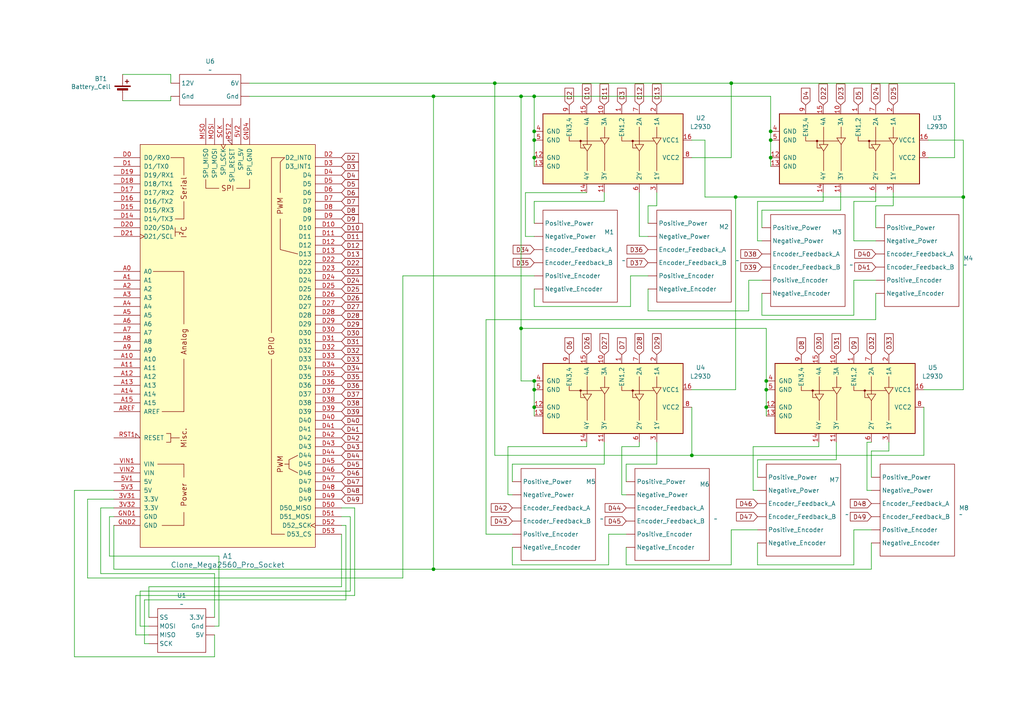
<source format=kicad_sch>
(kicad_sch (version 20250114) (generator "eeschema") (generator_version "9.0")
  (paper "A4")
  (lib_symbols
    (symbol "Buck_Converter:6V"
      (property "Reference" "U" (at 0 0 0))
      (symbol "6V_0_1"
        (rectangle (start -8.89 3.81) (end 8.89 -5.08))
      )
      (symbol "6V_1_1"
        (pin input line (at -11.43 1.27 0) (length 2.54) (name "12V") (number ""))
        (pin input line (at -11.43 -2.54 0) (length 2.54) (name "Gnd") (number ""))
        (pin output line (at 11.43 1.27 180) (length 2.54) (name "6V") (number ""))
        (pin output line (at 11.43 -2.54 180) (length 2.54) (name "Gnd") (number ""))
      )
    )
    (symbol "Device:Battery_Cell" (pin_numbers (hide yes)) (pin_names (offset 0) (hide yes))
      (property "Reference" "BT" (at 2.54 2.54 0))
      (property "Value" "Battery_Cell" (at 2.54 0 0))
      (symbol "Battery_Cell_0_1"
        (rectangle (start -2.286 1.778) (end 2.286 1.524) (fill (type outline)))
        (rectangle (start -1.524 1.016) (end 1.524 0.508) (fill (type outline)))
        (polyline (pts (xy 0 1.778) (xy 0 2.54)))
        (polyline (pts (xy 0 0.762) (xy 0 0)))
        (polyline (pts (xy 0.762 3.048) (xy 1.778 3.048)) (stroke (width 0.254)))
        (polyline (pts (xy 1.27 3.556) (xy 1.27 2.54)) (stroke (width 0.254)))
      )
      (symbol "Battery_Cell_1_1"
        (pin passive line (at 0 5.08 270) (length 2.54) (name "+") (number "1"))
        (pin passive line (at 0 -2.54 90) (length 2.54) (name "-") (number "2"))
      )
    )
    (symbol "Driver_Motor:L293D" (pin_names (offset 1.016))
      (property "Reference" "U" (at -5.08 26.035 0))
      (property "Value" "L293D" (at -5.08 24.13 0))
      (symbol "L293D_0_1"
        (rectangle (start -10.16 22.86) (end 10.16 -17.78) (stroke (width 0.254)) (fill (type background)))
        (polyline (pts (xy -6.35 15.24) (xy -3.175 15.24)))
        (polyline (pts (xy -6.35 10.16) (xy -1.27 10.16)))
        (polyline (pts (xy -6.35 0.127) (xy -3.175 0.127)))
        (polyline (pts (xy -6.35 -4.953) (xy -1.27 -4.953)))
        (polyline (pts (xy -3.175 16.51) (xy -3.175 13.97) (xy -1.27 15.24) (xy -3.175 16.51)))
        (polyline (pts (xy -3.175 1.397) (xy -3.175 -1.143) (xy -1.27 0.127) (xy -3.175 1.397)))
        (polyline (pts (xy -2.286 14.478) (xy -2.286 5.08) (xy -3.556 5.08)))
        (circle (center -2.286 8.255) (radius 0.254) (fill (type outline)))
        (polyline (pts (xy -2.286 8.255) (xy -0.254 8.255) (xy -0.254 9.525)))
        (polyline (pts (xy -2.286 -0.635) (xy -2.286 -10.16) (xy -3.556 -10.16)))
        (circle (center -2.286 -6.858) (radius 0.254) (fill (type outline)))
        (polyline (pts (xy -2.286 -6.858) (xy -0.254 -6.858) (xy -0.254 -5.588)))
        (polyline (pts (xy -1.27 15.24) (xy 6.35 15.24)))
        (polyline (pts (xy -1.27 11.43) (xy -1.27 8.89) (xy 0.635 10.16) (xy -1.27 11.43)))
        (polyline (pts (xy -1.27 0.127) (xy 6.35 0.127)))
        (polyline (pts (xy -1.27 -3.683) (xy -1.27 -6.223) (xy 0.635 -4.953) (xy -1.27 -3.683)))
        (polyline (pts (xy 0.635 10.16) (xy 6.35 10.16)))
        (polyline (pts (xy 0.635 -4.953) (xy 6.35 -4.953)))
      )
      (symbol "L293D_1_1"
        (pin input line (at -12.7 15.24 0) (length 2.54) (name "1A") (number "2"))
        (pin input line (at -12.7 10.16 0) (length 2.54) (name "2A") (number "7"))
        (pin input line (at -12.7 5.08 0) (length 2.54) (name "EN1,2") (number "1"))
        (pin input line (at -12.7 0 0) (length 2.54) (name "3A") (number "10"))
        (pin input line (at -12.7 -5.08 0) (length 2.54) (name "4A") (number "15"))
        (pin input line (at -12.7 -10.16 0) (length 2.54) (name "EN3,4") (number "9"))
        (pin power_in line (at -5.08 -20.32 90) (length 2.54) (name "GND") (number "4"))
        (pin power_in line (at -2.54 25.4 270) (length 2.54) (name "VCC1") (number "16"))
        (pin power_in line (at -2.54 -20.32 90) (length 2.54) (name "GND") (number "5"))
        (pin power_in line (at 2.54 25.4 270) (length 2.54) (name "VCC2") (number "8"))
        (pin power_in line (at 2.54 -20.32 90) (length 2.54) (name "GND") (number "12"))
        (pin power_in line (at 5.08 -20.32 90) (length 2.54) (name "GND") (number "13"))
        (pin output line (at 12.7 15.24 180) (length 2.54) (name "1Y") (number "3"))
        (pin output line (at 12.7 10.16 180) (length 2.54) (name "2Y") (number "6"))
        (pin output line (at 12.7 0 180) (length 2.54) (name "3Y") (number "11"))
        (pin output line (at 12.7 -5.08 180) (length 2.54) (name "4Y") (number "14"))
      )
    )
    (symbol "Motor:Motor_With_Encoder"
      (property "Reference" "M" (at 0 0 0))
      (symbol "Motor_With_Encoder_0_1"
        (rectangle (start -16.51 3.81) (end 5.08 -22.86))
      )
      (symbol "Motor_With_Encoder_1_1"
        (pin power_in line (at -19.05 0 0) (length 2.54) (name "Positive_Power") (number ""))
        (pin power_out line (at -19.05 -3.81 0) (length 2.54) (name "Negative_Power") (number ""))
        (pin output line (at -19.05 -7.62 0) (length 2.54) (name "Encoder_Feedback_A") (number ""))
        (pin output line (at -19.05 -11.43 0) (length 2.54) (name "Encoder_Feedback_B") (number ""))
        (pin power_in line (at -19.05 -15.24 0) (length 2.54) (name "Positive_Encoder") (number ""))
        (pin power_out line (at -19.05 -19.05 0) (length 2.54) (name "Negative_Encoder") (number ""))
      )
    )
    (symbol "Motor_With_Encoder_1"
      (property "Reference" "M" (at 0 0 0))
      (symbol "Motor_With_Encoder_1_0_1"
        (rectangle (start -16.51 3.81) (end 5.08 -22.86))
      )
      (symbol "Motor_With_Encoder_1_1_1"
        (pin power_in line (at -19.05 0 0) (length 2.54) (name "Positive_Power") (number ""))
        (pin power_out line (at -19.05 -3.81 0) (length 2.54) (name "Negative_Power") (number ""))
        (pin output line (at -19.05 -7.62 0) (length 2.54) (name "Encoder_Feedback_A") (number ""))
        (pin output line (at -19.05 -11.43 0) (length 2.54) (name "Encoder_Feedback_B") (number ""))
        (pin power_in line (at -19.05 -15.24 0) (length 2.54) (name "Positive_Encoder") (number ""))
        (pin power_out line (at -19.05 -19.05 0) (length 2.54) (name "Negative_Encoder") (number ""))
      )
    )
    (symbol "Motor_With_Encoder_2"
      (property "Reference" "M" (at 0 0 0))
      (symbol "Motor_With_Encoder_2_0_1"
        (rectangle (start -16.51 3.81) (end 5.08 -22.86))
      )
      (symbol "Motor_With_Encoder_2_1_1"
        (pin power_in line (at -19.05 0 0) (length 2.54) (name "Positive_Power") (number ""))
        (pin power_out line (at -19.05 -3.81 0) (length 2.54) (name "Negative_Power") (number ""))
        (pin output line (at -19.05 -7.62 0) (length 2.54) (name "Encoder_Feedback_A") (number ""))
        (pin output line (at -19.05 -11.43 0) (length 2.54) (name "Encoder_Feedback_B") (number ""))
        (pin power_in line (at -19.05 -15.24 0) (length 2.54) (name "Positive_Encoder") (number ""))
        (pin power_out line (at -19.05 -19.05 0) (length 2.54) (name "Negative_Encoder") (number ""))
      )
    )
    (symbol "Motor_With_Encoder_3"
      (property "Reference" "M" (at 0 0 0))
      (symbol "Motor_With_Encoder_3_0_1"
        (rectangle (start -16.51 3.81) (end 5.08 -22.86))
      )
      (symbol "Motor_With_Encoder_3_1_1"
        (pin power_in line (at -19.05 0 0) (length 2.54) (name "Positive_Power") (number ""))
        (pin power_out line (at -19.05 -3.81 0) (length 2.54) (name "Negative_Power") (number ""))
        (pin output line (at -19.05 -7.62 0) (length 2.54) (name "Encoder_Feedback_A") (number ""))
        (pin output line (at -19.05 -11.43 0) (length 2.54) (name "Encoder_Feedback_B") (number ""))
        (pin power_in line (at -19.05 -15.24 0) (length 2.54) (name "Positive_Encoder") (number ""))
        (pin power_out line (at -19.05 -19.05 0) (length 2.54) (name "Negative_Encoder") (number ""))
      )
    )
    (symbol "Motor_With_Encoder_4"
      (property "Reference" "M" (at 0 0 0))
      (symbol "Motor_With_Encoder_4_0_1"
        (rectangle (start -16.51 3.81) (end 5.08 -22.86))
      )
      (symbol "Motor_With_Encoder_4_1_1"
        (pin power_in line (at -19.05 0 0) (length 2.54) (name "Positive_Power") (number ""))
        (pin power_out line (at -19.05 -3.81 0) (length 2.54) (name "Negative_Power") (number ""))
        (pin output line (at -19.05 -7.62 0) (length 2.54) (name "Encoder_Feedback_A") (number ""))
        (pin output line (at -19.05 -11.43 0) (length 2.54) (name "Encoder_Feedback_B") (number ""))
        (pin power_in line (at -19.05 -15.24 0) (length 2.54) (name "Positive_Encoder") (number ""))
        (pin power_out line (at -19.05 -19.05 0) (length 2.54) (name "Negative_Encoder") (number ""))
      )
    )
    (symbol "Motor_With_Encoder_5"
      (property "Reference" "M" (at 0 0 0))
      (symbol "Motor_With_Encoder_5_0_1"
        (rectangle (start -16.51 3.81) (end 5.08 -22.86))
      )
      (symbol "Motor_With_Encoder_5_1_1"
        (pin power_in line (at -19.05 0 0) (length 2.54) (name "Positive_Power") (number ""))
        (pin power_out line (at -19.05 -3.81 0) (length 2.54) (name "Negative_Power") (number ""))
        (pin output line (at -19.05 -7.62 0) (length 2.54) (name "Encoder_Feedback_A") (number ""))
        (pin output line (at -19.05 -11.43 0) (length 2.54) (name "Encoder_Feedback_B") (number ""))
        (pin power_in line (at -19.05 -15.24 0) (length 2.54) (name "Positive_Encoder") (number ""))
        (pin power_out line (at -19.05 -19.05 0) (length 2.54) (name "Negative_Encoder") (number ""))
      )
    )
    (symbol "Motor_With_Encoder_6"
      (property "Reference" "M" (at 0 0 0))
      (symbol "Motor_With_Encoder_6_0_1"
        (rectangle (start -16.51 3.81) (end 5.08 -22.86))
      )
      (symbol "Motor_With_Encoder_6_1_1"
        (pin power_in line (at -19.05 0 0) (length 2.54) (name "Positive_Power") (number ""))
        (pin power_out line (at -19.05 -3.81 0) (length 2.54) (name "Negative_Power") (number ""))
        (pin output line (at -19.05 -7.62 0) (length 2.54) (name "Encoder_Feedback_A") (number ""))
        (pin output line (at -19.05 -11.43 0) (length 2.54) (name "Encoder_Feedback_B") (number ""))
        (pin power_in line (at -19.05 -15.24 0) (length 2.54) (name "Positive_Encoder") (number ""))
        (pin power_out line (at -19.05 -19.05 0) (length 2.54) (name "Negative_Encoder") (number ""))
      )
    )
    (symbol "Motor_With_Encoder_7"
      (property "Reference" "M" (at 0 0 0))
      (symbol "Motor_With_Encoder_7_0_1"
        (rectangle (start -16.51 3.81) (end 5.08 -22.86))
      )
      (symbol "Motor_With_Encoder_7_1_1"
        (pin power_in line (at -19.05 0 0) (length 2.54) (name "Positive_Power") (number ""))
        (pin power_out line (at -19.05 -3.81 0) (length 2.54) (name "Negative_Power") (number ""))
        (pin output line (at -19.05 -7.62 0) (length 2.54) (name "Encoder_Feedback_A") (number ""))
        (pin output line (at -19.05 -11.43 0) (length 2.54) (name "Encoder_Feedback_B") (number ""))
        (pin power_in line (at -19.05 -15.24 0) (length 2.54) (name "Positive_Encoder") (number ""))
        (pin power_out line (at -19.05 -19.05 0) (length 2.54) (name "Negative_Encoder") (number ""))
      )
    )
    (symbol "USB Host Shield:USB Host Shield"
      (property "Reference" "U" (at 0 0 0))
      (symbol "USB Host Shield_0_1"
        (rectangle (start -7.62 5.08) (end 6.35 -7.62))
      )
      (symbol "USB Host Shield_1_1"
        (pin input line (at -10.16 2.54 0) (length 2.54) (name "SS") (number ""))
        (pin input line (at -10.16 0 0) (length 2.54) (name "MOSI") (number ""))
        (pin input line (at -10.16 -2.54 0) (length 2.54) (name "MISO") (number ""))
        (pin input line (at -10.16 -5.08 0) (length 2.54) (name "SCK") (number ""))
        (pin input line (at 8.89 2.54 180) (length 2.54) (name "3.3V") (number ""))
        (pin input line (at 8.89 0 180) (length 2.54) (name "Gnd") (number ""))
        (pin input line (at 8.89 -2.54 180) (length 2.54) (name "5V") (number ""))
      )
    )
    (symbol "arduino-library:Clone_Mega2560_Pro_Socket" (pin_names (offset 1.016))
      (property "Reference" "A" (at 0 -62.23 0))
      (property "Value" "Clone_Mega2560_Pro_Socket" (at 0 -66.04 0))
      (symbol "Clone_Mega2560_Pro_Socket_0_0"
        (rectangle (start -25.4 -58.42) (end 25.4 58.42) (fill (type background)))
        (polyline (pts (xy -21.59 21.59) (xy -12.7 21.59)))
        (rectangle (start -20.32 -34.29) (end -12.7 -34.29))
        (rectangle (start -19.05 -19.05) (end -12.7 -19.05))
        (rectangle (start -19.05 -52.07) (end -12.7 -52.07))
        (rectangle (start -17.78 -25.4) (end -16.51 -25.4))
        (rectangle (start -17.78 -27.94) (end -16.51 -27.94))
        (rectangle (start -16.51 54.61) (end -12.7 54.61))
        (rectangle (start -16.51 -25.4) (end -16.51 -27.94))
        (rectangle (start -16.51 -26.67) (end -13.97 -26.67))
        (rectangle (start -15.24 36.83) (end -12.7 36.83))
        (rectangle (start -15.24 34.29) (end -15.24 31.75))
        (rectangle (start -15.24 33.02) (end -13.97 33.02))
        (rectangle (start -12.7 49.53) (end -12.7 54.61))
        (rectangle (start -12.7 41.91) (end -12.7 36.83))
        (polyline (pts (xy -12.7 6.35) (xy -12.7 21.59)))
        (polyline (pts (xy -12.7 -19.05) (xy -12.7 -3.81)))
        (rectangle (start -12.7 -34.29) (end -12.7 -38.1))
        (rectangle (start -12.7 -48.26) (end -12.7 -52.07))
        (rectangle (start -6.35 48.26) (end -6.35 45.72))
        (rectangle (start -2.54 45.72) (end -6.35 45.72))
        (rectangle (start 6.35 48.26) (end 6.35 45.72))
        (rectangle (start 6.35 45.72) (end 2.54 45.72))
        (polyline (pts (xy 12.7 54.61) (xy 16.51 54.61)))
        (polyline (pts (xy 12.7 -54.61) (xy 16.51 -54.61)))
        (polyline (pts (xy 15.24 44.45) (xy 15.24 53.34) (xy 16.51 54.61)))
        (polyline (pts (xy 15.24 36.83) (xy 15.24 27.94) (xy 20.32 26.67)))
        (polyline (pts (xy 17.78 -34.29) (xy 16.51 -34.29)))
        (polyline (pts (xy 20.32 -31.75) (xy 17.78 -33.02) (xy 17.78 -35.56) (xy 20.32 -36.83)))
        (text "Serial" (at -12.7 45.72 900) (effects (font (size 1.524 1.524))))
        (text "I²C" (at -12.7 33.02 900) (effects (font (size 1.524 1.524))))
        (text "Analog" (at -12.7 1.27 900) (effects (font (size 1.524 1.524))))
        (text "Misc." (at -12.7 -26.67 900) (effects (font (size 1.524 1.524))))
        (text "Power" (at -12.7 -43.18 900) (effects (font (size 1.524 1.524))))
        (text "SPI" (at 0 45.72 0) (effects (font (size 1.524 1.524))))
        (text "PWM" (at 15.24 40.64 900) (effects (font (size 1.524 1.524))))
        (text "PWM" (at 15.24 -34.29 900) (effects (font (size 1.524 1.524))))
      )
      (symbol "Clone_Mega2560_Pro_Socket_1_0"
        (rectangle (start 12.7 54.61) (end 12.7 3.81))
        (rectangle (start 12.7 -54.61) (end 12.7 -3.81))
        (text "GPIO" (at 12.7 0 900) (effects (font (size 1.524 1.524))))
      )
      (symbol "Clone_Mega2560_Pro_Socket_1_1"
        (pin bidirectional line (at -33.02 54.61 0) (length 7.62) (name "D0/RX0") (number "D0"))
        (pin bidirectional line (at -33.02 52.07 0) (length 7.62) (name "D1/TX0") (number "D1"))
        (pin bidirectional line (at -33.02 49.53 0) (length 7.62) (name "D19/RX1") (number "D19"))
        (pin bidirectional line (at -33.02 46.99 0) (length 7.62) (name "D18/TX1") (number "D18"))
        (pin bidirectional line (at -33.02 44.45 0) (length 7.62) (name "D17/RX2") (number "D17"))
        (pin bidirectional line (at -33.02 41.91 0) (length 7.62) (name "D16/TX2") (number "D16"))
        (pin bidirectional line (at -33.02 39.37 0) (length 7.62) (name "D15/RX3") (number "D15"))
        (pin bidirectional line (at -33.02 36.83 0) (length 7.62) (name "D14/TX3") (number "D14"))
        (pin bidirectional line (at -33.02 34.29 0) (length 7.62) (name "D20/SDA") (number "D20"))
        (pin bidirectional clock (at -33.02 31.75 0) (length 7.62) (name "D21/SCL") (number "D21"))
        (pin bidirectional line (at -33.02 21.59 0) (length 7.62) (name "A0") (number "A0"))
        (pin bidirectional line (at -33.02 19.05 0) (length 7.62) (name "A1") (number "A1"))
        (pin bidirectional line (at -33.02 16.51 0) (length 7.62) (name "A2") (number "A2"))
        (pin bidirectional line (at -33.02 13.97 0) (length 7.62) (name "A3") (number "A3"))
        (pin bidirectional line (at -33.02 11.43 0) (length 7.62) (name "A4") (number "A4"))
        (pin bidirectional line (at -33.02 8.89 0) (length 7.62) (name "A5") (number "A5"))
        (pin bidirectional line (at -33.02 6.35 0) (length 7.62) (name "A6") (number "A6"))
        (pin bidirectional line (at -33.02 3.81 0) (length 7.62) (name "A7") (number "A7"))
        (pin bidirectional line (at -33.02 1.27 0) (length 7.62) (name "A8") (number "A8"))
        (pin bidirectional line (at -33.02 -1.27 0) (length 7.62) (name "A9") (number "A9"))
        (pin bidirectional line (at -33.02 -3.81 0) (length 7.62) (name "A10") (number "A10"))
        (pin bidirectional line (at -33.02 -6.35 0) (length 7.62) (name "A11") (number "A11"))
        (pin bidirectional line (at -33.02 -8.89 0) (length 7.62) (name "A12") (number "A12"))
        (pin bidirectional line (at -33.02 -11.43 0) (length 7.62) (name "A13") (number "A13"))
        (pin bidirectional line (at -33.02 -13.97 0) (length 7.62) (name "A14") (number "A14"))
        (pin bidirectional line (at -33.02 -16.51 0) (length 7.62) (name "A15") (number "A15"))
        (pin input line (at -33.02 -19.05 0) (length 7.62) (name "AREF") (number "AREF"))
        (pin open_collector input_low (at -33.02 -26.67 0) (length 7.62) (name "RESET") (number "RST1"))
        (pin power_in line (at -33.02 -34.29 0) (length 7.62) (name "VIN") (number "VIN1"))
        (pin power_in line (at -33.02 -36.83 0) (length 7.62) (name "VIN") (number "VIN2"))
        (pin power_in line (at -33.02 -39.37 0) (length 7.62) (name "5V") (number "5V1"))
        (pin power_in line (at -33.02 -41.91 0) (length 7.62) (name "5V") (number "5V3"))
        (pin power_out line (at -33.02 -44.45 0) (length 7.62) (name "3.3V") (number "3V31"))
        (pin power_out line (at -33.02 -46.99 0) (length 7.62) (name "3.3V") (number "3V32"))
        (pin power_in line (at -33.02 -49.53 0) (length 7.62) (name "GND") (number "GND1"))
        (pin power_in line (at -33.02 -52.07 0) (length 7.62) (name "GND") (number "GND2"))
        (pin input line (at -6.35 66.04 270) (length 7.62) (name "SPI_MISO") (number "MISO"))
        (pin output line (at -3.81 66.04 270) (length 7.62) (name "SPI_MOSI") (number "MOSI"))
        (pin output clock (at -1.27 66.04 270) (length 7.62) (name "SPI_SCK") (number "SCK"))
        (pin open_collector input_low (at 1.27 66.04 270) (length 7.62) (name "SPI_RESET") (number "RST2"))
        (pin power_in line (at 3.81 66.04 270) (length 7.62) (name "SPI_5V") (number "5V2"))
        (pin power_in line (at 6.35 66.04 270) (length 7.62) (name "SPI_GND") (number "GND4"))
        (pin bidirectional line (at 33.02 54.61 180) (length 7.62) (name "D2_INT0") (number "D2"))
        (pin bidirectional line (at 33.02 52.07 180) (length 7.62) (name "D3_INT1") (number "D3"))
        (pin bidirectional line (at 33.02 49.53 180) (length 7.62) (name "D4") (number "D4"))
        (pin bidirectional line (at 33.02 46.99 180) (length 7.62) (name "D5") (number "D5"))
        (pin bidirectional line (at 33.02 44.45 180) (length 7.62) (name "D6") (number "D6"))
        (pin bidirectional line (at 33.02 41.91 180) (length 7.62) (name "D7") (number "D7"))
        (pin bidirectional line (at 33.02 39.37 180) (length 7.62) (name "D8") (number "D8"))
        (pin bidirectional line (at 33.02 36.83 180) (length 7.62) (name "D9") (number "D9"))
        (pin bidirectional line (at 33.02 34.29 180) (length 7.62) (name "D10") (number "D10"))
        (pin bidirectional line (at 33.02 31.75 180) (length 7.62) (name "D11") (number "D11"))
        (pin bidirectional line (at 33.02 29.21 180) (length 7.62) (name "D12") (number "D12"))
        (pin bidirectional line (at 33.02 26.67 180) (length 7.62) (name "D13") (number "D13"))
        (pin bidirectional line (at 33.02 24.13 180) (length 7.62) (name "D22") (number "D22"))
        (pin bidirectional line (at 33.02 21.59 180) (length 7.62) (name "D23") (number "D23"))
        (pin bidirectional line (at 33.02 19.05 180) (length 7.62) (name "D24") (number "D24"))
        (pin bidirectional line (at 33.02 16.51 180) (length 7.62) (name "D25") (number "D25"))
        (pin bidirectional line (at 33.02 13.97 180) (length 7.62) (name "D26") (number "D26"))
        (pin bidirectional line (at 33.02 11.43 180) (length 7.62) (name "D27") (number "D27"))
        (pin bidirectional line (at 33.02 8.89 180) (length 7.62) (name "D28") (number "D28"))
        (pin bidirectional line (at 33.02 6.35 180) (length 7.62) (name "D29") (number "D29"))
        (pin bidirectional line (at 33.02 3.81 180) (length 7.62) (name "D30") (number "D30"))
        (pin bidirectional line (at 33.02 1.27 180) (length 7.62) (name "D31") (number "D31"))
        (pin bidirectional line (at 33.02 -1.27 180) (length 7.62) (name "D32") (number "D32"))
        (pin bidirectional line (at 33.02 -3.81 180) (length 7.62) (name "D33") (number "D33"))
        (pin bidirectional line (at 33.02 -6.35 180) (length 7.62) (name "D34") (number "D34"))
        (pin bidirectional line (at 33.02 -8.89 180) (length 7.62) (name "D35") (number "D35"))
        (pin bidirectional line (at 33.02 -11.43 180) (length 7.62) (name "D36") (number "D36"))
        (pin bidirectional line (at 33.02 -13.97 180) (length 7.62) (name "D37") (number "D37"))
        (pin bidirectional line (at 33.02 -16.51 180) (length 7.62) (name "D38") (number "D38"))
        (pin bidirectional line (at 33.02 -19.05 180) (length 7.62) (name "D39") (number "D39"))
        (pin bidirectional line (at 33.02 -21.59 180) (length 7.62) (name "D40") (number "D40"))
        (pin bidirectional line (at 33.02 -24.13 180) (length 7.62) (name "D41") (number "D41"))
        (pin bidirectional line (at 33.02 -26.67 180) (length 7.62) (name "D42") (number "D42"))
        (pin bidirectional line (at 33.02 -29.21 180) (length 7.62) (name "D43") (number "D43"))
        (pin bidirectional line (at 33.02 -31.75 180) (length 7.62) (name "D44") (number "D44"))
        (pin bidirectional line (at 33.02 -34.29 180) (length 7.62) (name "D45") (number "D45"))
        (pin bidirectional line (at 33.02 -36.83 180) (length 7.62) (name "D46") (number "D46"))
        (pin bidirectional line (at 33.02 -39.37 180) (length 7.62) (name "D47") (number "D47"))
        (pin bidirectional line (at 33.02 -41.91 180) (length 7.62) (name "D48") (number "D48"))
        (pin bidirectional line (at 33.02 -44.45 180) (length 7.62) (name "D49") (number "D49"))
        (pin bidirectional line (at 33.02 -46.99 180) (length 7.62) (name "D50_MISO") (number "D50"))
        (pin bidirectional line (at 33.02 -49.53 180) (length 7.62) (name "D51_MOSI") (number "D51"))
        (pin bidirectional clock (at 33.02 -52.07 180) (length 7.62) (name "D52_SCK") (number "D52"))
        (pin bidirectional line (at 33.02 -54.61 180) (length 7.62) (name "D53_CS") (number "D53"))
      )
    )
  )
  (junction (at 223.52 45.72))
  (junction (at 125.73 27.94))
  (junction (at 223.52 40.64))
  (junction (at 151.13 27.94))
  (junction (at 154.94 118.11))
  (junction (at 212.09 24.13))
  (junction (at 154.94 110.49))
  (junction (at 143.51 24.13))
  (junction (at 125.73 165.1))
  (junction (at 223.52 38.1))
  (junction (at 200.66 132.08))
  (junction (at 154.94 45.72))
  (junction (at 151.13 95.25))
  (junction (at 222.25 113.03))
  (junction (at 154.94 113.03))
  (junction (at 222.25 110.49))
  (junction (at 213.36 57.15))
  (junction (at 154.94 38.1))
  (junction (at 222.25 118.11))
  (junction (at 279.4 57.15))
  (junction (at 154.94 27.94))
  (junction (at 154.94 40.64))
  (wire (pts (xy 148.59 158.75) (xy 148.59 163.83)))
  (wire (pts (xy 247.65 91.44) (xy 247.65 81.28)))
  (wire (pts (xy 181.61 134.62) (xy 190.5 134.62)))
  (wire (pts (xy 49.53 21.59) (xy 49.53 24.13)))
  (wire (pts (xy 218.44 129.54) (xy 237.49 129.54)))
  (wire (pts (xy 220.98 69.85) (xy 219.71 69.85)))
  (wire (pts (xy 220.98 66.04) (xy 220.98 60.96)))
  (wire (pts (xy 219.71 157.48) (xy 219.71 163.83)))
  (wire (pts (xy 267.97 132.08) (xy 200.66 132.08)))
  (wire (pts (xy 254 92.71) (xy 140.97 92.71)))
  (wire (pts (xy 217.17 81.28) (xy 220.98 81.28)))
  (wire (pts (xy 252.73 130.81) (xy 257.81 130.81)))
  (wire (pts (xy 187.96 68.58) (xy 185.42 68.58)))
  (wire (pts (xy 180.34 129.54) (xy 185.42 129.54)))
  (wire (pts (xy 267.97 118.11) (xy 267.97 132.08)))
  (wire (pts (xy 154.94 68.58) (xy 152.4 68.58)))
  (wire (pts (xy 269.24 45.72) (xy 276.86 45.72)))
  (wire (pts (xy 279.4 57.15) (xy 279.4 113.03)))
  (wire (pts (xy 49.53 29.21) (xy 49.53 27.94)))
  (wire (pts (xy 180.34 143.51) (xy 180.34 129.54)))
  (wire (pts (xy 269.24 40.64) (xy 279.4 40.64)))
  (wire (pts (xy 33.02 152.4) (xy 33.02 165.1)))
  (wire (pts (xy 148.59 134.62) (xy 175.26 134.62)))
  (wire (pts (xy 181.61 143.51) (xy 180.34 143.51)))
  (wire (pts (xy 254 58.42) (xy 254 55.88)))
  (wire (pts (xy 247.65 163.83) (xy 247.65 153.67)))
  (wire (pts (xy 181.61 139.7) (xy 181.61 134.62)))
  (wire (pts (xy 39.37 184.15) (xy 39.37 172.72)))
  (wire (pts (xy 41.91 186.69) (xy 41.91 173.99)))
  (wire (pts (xy 182.88 88.9) (xy 182.88 80.01)))
  (wire (pts (xy 219.71 69.85) (xy 219.71 58.42)))
  (wire (pts (xy 200.66 132.08) (xy 143.51 132.08)))
  (wire (pts (xy 25.4 167.64) (xy 25.4 144.78)))
  (wire (pts (xy 222.25 110.49) (xy 222.25 113.03)))
  (wire (pts (xy 101.6 171.45) (xy 101.6 149.86)))
  (wire (pts (xy 220.98 85.09) (xy 220.98 91.44)))
  (wire (pts (xy 154.94 118.11) (xy 154.94 113.03)))
  (wire (pts (xy 217.17 90.17) (xy 217.17 81.28)))
  (wire (pts (xy 40.64 181.61) (xy 40.64 171.45)))
  (wire (pts (xy 140.97 92.71) (xy 140.97 154.94)))
  (wire (pts (xy 247.65 81.28) (xy 254 81.28)))
  (wire (pts (xy 151.13 27.94) (xy 151.13 95.25)))
  (wire (pts (xy 62.23 179.07) (xy 62.23 166.37)))
  (wire (pts (xy 181.61 163.83) (xy 212.09 163.83)))
  (wire (pts (xy 25.4 144.78) (xy 33.02 144.78)))
  (wire (pts (xy 190.5 134.62) (xy 190.5 128.27)))
  (wire (pts (xy 212.09 24.13) (xy 143.51 24.13)))
  (wire (pts (xy 175.26 58.42) (xy 175.26 55.88)))
  (wire (pts (xy 223.52 27.94) (xy 223.52 38.1)))
  (wire (pts (xy 219.71 163.83) (xy 247.65 163.83)))
  (wire (pts (xy 154.94 40.64) (xy 154.94 45.72)))
  (wire (pts (xy 63.5 181.61) (xy 63.5 161.29)))
  (wire (pts (xy 218.44 142.24) (xy 218.44 129.54)))
  (wire (pts (xy 101.6 149.86) (xy 99.06 149.86)))
  (wire (pts (xy 154.94 38.1) (xy 154.94 40.64)))
  (wire (pts (xy 219.71 58.42) (xy 238.76 58.42)))
  (wire (pts (xy 21.59 190.5) (xy 21.59 142.24)))
  (wire (pts (xy 43.18 181.61) (xy 40.64 181.61)))
  (wire (pts (xy 190.5 59.69) (xy 190.5 55.88)))
  (wire (pts (xy 213.36 57.15) (xy 204.47 57.15)))
  (wire (pts (xy 62.23 181.61) (xy 63.5 181.61)))
  (wire (pts (xy 154.94 64.77) (xy 154.94 58.42)))
  (wire (pts (xy 251.46 128.27) (xy 252.73 128.27)))
  (wire (pts (xy 43.18 179.07) (xy 43.18 170.18)))
  (wire (pts (xy 72.39 24.13) (xy 143.51 24.13)))
  (wire (pts (xy 62.23 166.37) (xy 29.21 166.37)))
  (wire (pts (xy 276.86 45.72) (xy 276.86 24.13)))
  (wire (pts (xy 187.96 83.82) (xy 187.96 90.17)))
  (wire (pts (xy 222.25 95.25) (xy 151.13 95.25)))
  (wire (pts (xy 254 59.69) (xy 259.08 59.69)))
  (wire (pts (xy 31.75 161.29) (xy 31.75 149.86)))
  (wire (pts (xy 213.36 57.15) (xy 279.4 57.15)))
  (wire (pts (xy 267.97 113.03) (xy 279.4 113.03)))
  (wire (pts (xy 187.96 59.69) (xy 190.5 59.69)))
  (wire (pts (xy 252.73 142.24) (xy 251.46 142.24)))
  (wire (pts (xy 125.73 165.1) (xy 252.73 165.1)))
  (wire (pts (xy 35.56 29.21) (xy 49.53 29.21)))
  (wire (pts (xy 154.94 58.42) (xy 175.26 58.42)))
  (wire (pts (xy 259.08 59.69) (xy 259.08 55.88)))
  (wire (pts (xy 116.84 167.64) (xy 25.4 167.64)))
  (wire (pts (xy 102.87 172.72) (xy 102.87 147.32)))
  (wire (pts (xy 102.87 147.32) (xy 99.06 147.32)))
  (wire (pts (xy 143.51 24.13) (xy 143.51 132.08)))
  (wire (pts (xy 200.66 45.72) (xy 212.09 45.72)))
  (wire (pts (xy 125.73 165.1) (xy 125.73 27.94)))
  (wire (pts (xy 251.46 142.24) (xy 251.46 128.27)))
  (wire (pts (xy 21.59 142.24) (xy 33.02 142.24)))
  (wire (pts (xy 200.66 113.03) (xy 213.36 113.03)))
  (wire (pts (xy 187.96 90.17) (xy 217.17 90.17)))
  (wire (pts (xy 62.23 184.15) (xy 62.23 190.5)))
  (wire (pts (xy 213.36 113.03) (xy 213.36 57.15)))
  (wire (pts (xy 154.94 113.03) (xy 154.94 110.49)))
  (wire (pts (xy 125.73 27.94) (xy 151.13 27.94)))
  (wire (pts (xy 140.97 154.94) (xy 148.59 154.94)))
  (wire (pts (xy 222.25 95.25) (xy 222.25 110.49)))
  (wire (pts (xy 148.59 163.83) (xy 176.53 163.83)))
  (wire (pts (xy 147.32 143.51) (xy 147.32 129.54)))
  (wire (pts (xy 181.61 158.75) (xy 181.61 163.83)))
  (wire (pts (xy 237.49 129.54) (xy 237.49 128.27)))
  (wire (pts (xy 204.47 57.15) (xy 204.47 40.64)))
  (wire (pts (xy 33.02 165.1) (xy 125.73 165.1)))
  (wire (pts (xy 41.91 173.99) (xy 100.33 173.99)))
  (wire (pts (xy 29.21 166.37) (xy 29.21 147.32)))
  (wire (pts (xy 152.4 55.88) (xy 170.18 55.88)))
  (wire (pts (xy 62.23 190.5) (xy 21.59 190.5)))
  (wire (pts (xy 257.81 130.81) (xy 257.81 128.27)))
  (wire (pts (xy 187.96 64.77) (xy 187.96 59.69)))
  (wire (pts (xy 252.73 138.43) (xy 252.73 130.81)))
  (wire (pts (xy 247.65 58.42) (xy 254 58.42)))
  (wire (pts (xy 29.21 147.32) (xy 33.02 147.32)))
  (wire (pts (xy 254 69.85) (xy 247.65 69.85)))
  (wire (pts (xy 151.13 110.49) (xy 154.94 110.49)))
  (wire (pts (xy 176.53 163.83) (xy 176.53 154.94)))
  (wire (pts (xy 31.75 149.86) (xy 33.02 149.86)))
  (wire (pts (xy 151.13 95.25) (xy 151.13 110.49)))
  (wire (pts (xy 204.47 40.64) (xy 200.66 40.64)))
  (wire (pts (xy 154.94 45.72) (xy 154.94 48.26)))
  (wire (pts (xy 148.59 139.7) (xy 148.59 134.62)))
  (wire (pts (xy 238.76 58.42) (xy 238.76 55.88)))
  (wire (pts (xy 279.4 40.64) (xy 279.4 57.15)))
  (wire (pts (xy 219.71 142.24) (xy 218.44 142.24)))
  (wire (pts (xy 223.52 38.1) (xy 223.52 40.64)))
  (wire (pts (xy 252.73 157.48) (xy 252.73 165.1)))
  (wire (pts (xy 151.13 27.94) (xy 154.94 27.94)))
  (wire (pts (xy 43.18 184.15) (xy 39.37 184.15)))
  (wire (pts (xy 152.4 68.58) (xy 152.4 55.88)))
  (wire (pts (xy 222.25 113.03) (xy 222.25 118.11)))
  (wire (pts (xy 100.33 152.4) (xy 99.06 152.4)))
  (wire (pts (xy 247.65 153.67) (xy 252.73 153.67)))
  (wire (pts (xy 40.64 171.45) (xy 101.6 171.45)))
  (wire (pts (xy 176.53 154.94) (xy 181.61 154.94)))
  (wire (pts (xy 200.66 118.11) (xy 200.66 132.08)))
  (wire (pts (xy 72.39 27.94) (xy 125.73 27.94)))
  (wire (pts (xy 154.94 27.94) (xy 154.94 38.1)))
  (wire (pts (xy 219.71 138.43) (xy 219.71 133.35)))
  (wire (pts (xy 243.84 60.96) (xy 243.84 55.88)))
  (wire (pts (xy 242.57 133.35) (xy 242.57 128.27)))
  (wire (pts (xy 99.06 170.18) (xy 99.06 154.94)))
  (wire (pts (xy 212.09 163.83) (xy 212.09 153.67)))
  (wire (pts (xy 154.94 80.01) (xy 116.84 80.01)))
  (wire (pts (xy 219.71 133.35) (xy 242.57 133.35)))
  (wire (pts (xy 222.25 118.11) (xy 222.25 120.65)))
  (wire (pts (xy 116.84 80.01) (xy 116.84 167.64)))
  (wire (pts (xy 276.86 24.13) (xy 212.09 24.13)))
  (wire (pts (xy 254 66.04) (xy 254 59.69)))
  (wire (pts (xy 154.94 27.94) (xy 223.52 27.94)))
  (wire (pts (xy 223.52 40.64) (xy 223.52 45.72)))
  (wire (pts (xy 147.32 129.54) (xy 170.18 129.54)))
  (wire (pts (xy 220.98 60.96) (xy 243.84 60.96)))
  (wire (pts (xy 35.56 21.59) (xy 49.53 21.59)))
  (wire (pts (xy 63.5 161.29) (xy 31.75 161.29)))
  (wire (pts (xy 154.94 88.9) (xy 182.88 88.9)))
  (wire (pts (xy 220.98 91.44) (xy 247.65 91.44)))
  (wire (pts (xy 43.18 186.69) (xy 41.91 186.69)))
  (wire (pts (xy 100.33 173.99) (xy 100.33 152.4)))
  (wire (pts (xy 43.18 170.18) (xy 99.06 170.18)))
  (wire (pts (xy 154.94 120.65) (xy 154.94 118.11)))
  (wire (pts (xy 170.18 129.54) (xy 170.18 128.27)))
  (wire (pts (xy 39.37 172.72) (xy 102.87 172.72)))
  (wire (pts (xy 185.42 68.58) (xy 185.42 55.88)))
  (wire (pts (xy 247.65 69.85) (xy 247.65 58.42)))
  (wire (pts (xy 212.09 45.72) (xy 212.09 24.13)))
  (wire (pts (xy 148.59 143.51) (xy 147.32 143.51)))
  (wire (pts (xy 154.94 83.82) (xy 154.94 88.9)))
  (wire (pts (xy 175.26 134.62) (xy 175.26 128.27)))
  (wire (pts (xy 212.09 153.67) (xy 219.71 153.67)))
  (wire (pts (xy 223.52 45.72) (xy 223.52 48.26)))
  (wire (pts (xy 185.42 129.54) (xy 185.42 128.27)))
  (wire (pts (xy 182.88 80.01) (xy 187.96 80.01)))
  (wire (pts (xy 254 85.09) (xy 254 92.71)))
  (global_label "D31" (shape input) (at 99.06 99.06 0) (property "Intersheetrefs" "${INTERSHEET_REFS}" (effects (hide yes))))
  (global_label "D10" (shape input) (at 99.06 66.04 0) (property "Intersheetrefs" "${INTERSHEET_REFS}" (effects (hide yes))))
  (global_label "D3" (shape input) (at 99.06 48.26 0) (property "Intersheetrefs" "${INTERSHEET_REFS}" (effects (hide yes))))
  (global_label "D27" (shape input) (at 175.26 102.87 90) (property "Intersheetrefs" "${INTERSHEET_REFS}" (effects (hide yes))))
  (global_label "D7" (shape input) (at 180.34 102.87 90) (property "Intersheetrefs" "${INTERSHEET_REFS}" (effects (hide yes))))
  (global_label "D2" (shape input) (at 165.1 30.48 90) (property "Intersheetrefs" "${INTERSHEET_REFS}" (effects (hide yes))))
  (global_label "D11" (shape input) (at 175.26 30.48 90) (property "Intersheetrefs" "${INTERSHEET_REFS}" (effects (hide yes))))
  (global_label "D39" (shape input) (at 220.98 77.47 180) (property "Intersheetrefs" "${INTERSHEET_REFS}" (effects (hide yes))))
  (global_label "D30" (shape input) (at 99.06 96.52 0) (property "Intersheetrefs" "${INTERSHEET_REFS}" (effects (hide yes))))
  (global_label "D31" (shape input) (at 242.57 102.87 90) (property "Intersheetrefs" "${INTERSHEET_REFS}" (effects (hide yes))))
  (global_label "D13" (shape input) (at 99.06 73.66 0) (property "Intersheetrefs" "${INTERSHEET_REFS}" (effects (hide yes))))
  (global_label "D47" (shape input) (at 219.71 149.86 180) (property "Intersheetrefs" "${INTERSHEET_REFS}" (effects (hide yes))))
  (global_label "D40" (shape input) (at 99.06 121.92 0) (property "Intersheetrefs" "${INTERSHEET_REFS}" (effects (hide yes))))
  (global_label "D37" (shape input) (at 99.06 114.3 0) (property "Intersheetrefs" "${INTERSHEET_REFS}" (effects (hide yes))))
  (global_label "D34" (shape input) (at 99.06 106.68 0) (property "Intersheetrefs" "${INTERSHEET_REFS}" (effects (hide yes))))
  (global_label "D24" (shape input) (at 254 30.48 90) (property "Intersheetrefs" "${INTERSHEET_REFS}" (effects (hide yes))))
  (global_label "D29" (shape input) (at 99.06 93.98 0) (property "Intersheetrefs" "${INTERSHEET_REFS}" (effects (hide yes))))
  (global_label "D48" (shape input) (at 252.73 146.05 180) (property "Intersheetrefs" "${INTERSHEET_REFS}" (effects (hide yes))))
  (global_label "D28" (shape input) (at 99.06 91.44 0) (property "Intersheetrefs" "${INTERSHEET_REFS}" (effects (hide yes))))
  (global_label "D23" (shape input) (at 243.84 30.48 90) (property "Intersheetrefs" "${INTERSHEET_REFS}" (effects (hide yes))))
  (global_label "D42" (shape input) (at 148.59 147.32 180) (property "Intersheetrefs" "${INTERSHEET_REFS}" (effects (hide yes))))
  (global_label "D11" (shape input) (at 99.06 68.58 0) (property "Intersheetrefs" "${INTERSHEET_REFS}" (effects (hide yes))))
  (global_label "D35" (shape input) (at 99.06 109.22 0) (property "Intersheetrefs" "${INTERSHEET_REFS}" (effects (hide yes))))
  (global_label "D23" (shape input) (at 99.06 78.74 0) (property "Intersheetrefs" "${INTERSHEET_REFS}" (effects (hide yes))))
  (global_label "D4" (shape input) (at 233.68 30.48 90) (property "Intersheetrefs" "${INTERSHEET_REFS}" (effects (hide yes))))
  (global_label "D33" (shape input) (at 99.06 104.14 0) (property "Intersheetrefs" "${INTERSHEET_REFS}" (effects (hide yes))))
  (global_label "D36" (shape input) (at 99.06 111.76 0) (property "Intersheetrefs" "${INTERSHEET_REFS}" (effects (hide yes))))
  (global_label "D27" (shape input) (at 99.06 88.9 0) (property "Intersheetrefs" "${INTERSHEET_REFS}" (effects (hide yes))))
  (global_label "D32" (shape input) (at 252.73 102.87 90) (property "Intersheetrefs" "${INTERSHEET_REFS}" (effects (hide yes))))
  (global_label "D39" (shape input) (at 99.06 119.38 0) (property "Intersheetrefs" "${INTERSHEET_REFS}" (effects (hide yes))))
  (global_label "D8" (shape input) (at 99.06 60.96 0) (property "Intersheetrefs" "${INTERSHEET_REFS}" (effects (hide yes))))
  (global_label "D49" (shape input) (at 252.73 149.86 180) (property "Intersheetrefs" "${INTERSHEET_REFS}" (effects (hide yes))))
  (global_label "D38" (shape input) (at 99.06 116.84 0) (property "Intersheetrefs" "${INTERSHEET_REFS}" (effects (hide yes))))
  (global_label "D48" (shape input) (at 99.06 142.24 0) (property "Intersheetrefs" "${INTERSHEET_REFS}" (effects (hide yes))))
  (global_label "D26" (shape input) (at 99.06 86.36 0) (property "Intersheetrefs" "${INTERSHEET_REFS}" (effects (hide yes))))
  (global_label "D34" (shape input) (at 154.94 72.39 180) (property "Intersheetrefs" "${INTERSHEET_REFS}" (effects (hide yes))))
  (global_label "D33" (shape input) (at 257.81 102.87 90) (property "Intersheetrefs" "${INTERSHEET_REFS}" (effects (hide yes))))
  (global_label "D9" (shape input) (at 247.65 102.87 90) (property "Intersheetrefs" "${INTERSHEET_REFS}" (effects (hide yes))))
  (global_label "D42" (shape input) (at 99.06 127 0) (property "Intersheetrefs" "${INTERSHEET_REFS}" (effects (hide yes))))
  (global_label "D12" (shape input) (at 99.06 71.12 0) (property "Intersheetrefs" "${INTERSHEET_REFS}" (effects (hide yes))))
  (global_label "D7" (shape input) (at 99.06 58.42 0) (property "Intersheetrefs" "${INTERSHEET_REFS}" (effects (hide yes))))
  (global_label "D44" (shape input) (at 181.61 147.32 180) (property "Intersheetrefs" "${INTERSHEET_REFS}" (effects (hide yes))))
  (global_label "D46" (shape input) (at 219.71 146.05 180) (property "Intersheetrefs" "${INTERSHEET_REFS}" (effects (hide yes))))
  (global_label "D30" (shape input) (at 237.49 102.87 90) (property "Intersheetrefs" "${INTERSHEET_REFS}" (effects (hide yes))))
  (global_label "D10" (shape input) (at 170.18 30.48 90) (property "Intersheetrefs" "${INTERSHEET_REFS}" (effects (hide yes))))
  (global_label "D40" (shape input) (at 254 73.66 180) (property "Intersheetrefs" "${INTERSHEET_REFS}" (effects (hide yes))))
  (global_label "D41" (shape input) (at 99.06 124.46 0) (property "Intersheetrefs" "${INTERSHEET_REFS}" (effects (hide yes))))
  (global_label "D24" (shape input) (at 99.06 81.28 0) (property "Intersheetrefs" "${INTERSHEET_REFS}" (effects (hide yes))))
  (global_label "D28" (shape input) (at 185.42 102.87 90) (property "Intersheetrefs" "${INTERSHEET_REFS}" (effects (hide yes))))
  (global_label "D25" (shape input) (at 259.08 30.48 90) (property "Intersheetrefs" "${INTERSHEET_REFS}" (effects (hide yes))))
  (global_label "D13" (shape input) (at 190.5 30.48 90) (property "Intersheetrefs" "${INTERSHEET_REFS}" (effects (hide yes))))
  (global_label "D6" (shape input) (at 99.06 55.88 0) (property "Intersheetrefs" "${INTERSHEET_REFS}" (effects (hide yes))))
  (global_label "D25" (shape input) (at 99.06 83.82 0) (property "Intersheetrefs" "${INTERSHEET_REFS}" (effects (hide yes))))
  (global_label "D29" (shape input) (at 190.5 102.87 90) (property "Intersheetrefs" "${INTERSHEET_REFS}" (effects (hide yes))))
  (global_label "D46" (shape input) (at 99.06 137.16 0) (property "Intersheetrefs" "${INTERSHEET_REFS}" (effects (hide yes))))
  (global_label "D43" (shape input) (at 99.06 129.54 0) (property "Intersheetrefs" "${INTERSHEET_REFS}" (effects (hide yes))))
  (global_label "D9" (shape input) (at 99.06 63.5 0) (property "Intersheetrefs" "${INTERSHEET_REFS}" (effects (hide yes))))
  (global_label "D5" (shape input) (at 248.92 30.48 90) (property "Intersheetrefs" "${INTERSHEET_REFS}" (effects (hide yes))))
  (global_label "D45" (shape input) (at 99.06 134.62 0) (property "Intersheetrefs" "${INTERSHEET_REFS}" (effects (hide yes))))
  (global_label "D37" (shape input) (at 187.96 76.2 180) (property "Intersheetrefs" "${INTERSHEET_REFS}" (effects (hide yes))))
  (global_label "D43" (shape input) (at 148.59 151.13 180) (property "Intersheetrefs" "${INTERSHEET_REFS}" (effects (hide yes))))
  (global_label "D4" (shape input) (at 99.06 50.8 0) (property "Intersheetrefs" "${INTERSHEET_REFS}" (effects (hide yes))))
  (global_label "D26" (shape input) (at 170.18 102.87 90) (property "Intersheetrefs" "${INTERSHEET_REFS}" (effects (hide yes))))
  (global_label "D8" (shape input) (at 232.41 102.87 90) (property "Intersheetrefs" "${INTERSHEET_REFS}" (effects (hide yes))))
  (global_label "D32" (shape input) (at 99.06 101.6 0) (property "Intersheetrefs" "${INTERSHEET_REFS}" (effects (hide yes))))
  (global_label "D49" (shape input) (at 99.06 144.78 0) (property "Intersheetrefs" "${INTERSHEET_REFS}" (effects (hide yes))))
  (global_label "D44" (shape input) (at 99.06 132.08 0) (property "Intersheetrefs" "${INTERSHEET_REFS}" (effects (hide yes))))
  (global_label "D36" (shape input) (at 187.96 72.39 180) (property "Intersheetrefs" "${INTERSHEET_REFS}" (effects (hide yes))))
  (global_label "D3" (shape input) (at 180.34 30.48 90) (property "Intersheetrefs" "${INTERSHEET_REFS}" (effects (hide yes))))
  (global_label "D22" (shape input) (at 99.06 76.2 0) (property "Intersheetrefs" "${INTERSHEET_REFS}" (effects (hide yes))))
  (global_label "D22" (shape input) (at 238.76 30.48 90) (property "Intersheetrefs" "${INTERSHEET_REFS}" (effects (hide yes))))
  (global_label "D12" (shape input) (at 185.42 30.48 90) (property "Intersheetrefs" "${INTERSHEET_REFS}" (effects (hide yes))))
  (global_label "D5" (shape input) (at 99.06 53.34 0) (property "Intersheetrefs" "${INTERSHEET_REFS}" (effects (hide yes))))
  (global_label "D2" (shape input) (at 99.06 45.72 0) (property "Intersheetrefs" "${INTERSHEET_REFS}" (effects (hide yes))))
  (global_label "D38" (shape input) (at 220.98 73.66 180) (property "Intersheetrefs" "${INTERSHEET_REFS}" (effects (hide yes))))
  (global_label "D6" (shape input) (at 165.1 102.87 90) (property "Intersheetrefs" "${INTERSHEET_REFS}" (effects (hide yes))))
  (global_label "D45" (shape input) (at 181.61 151.13 180) (property "Intersheetrefs" "${INTERSHEET_REFS}" (effects (hide yes))))
  (global_label "D35" (shape input) (at 154.94 76.2 180) (property "Intersheetrefs" "${INTERSHEET_REFS}" (effects (hide yes))))
  (global_label "D41" (shape input) (at 254 77.47 180) (property "Intersheetrefs" "${INTERSHEET_REFS}" (effects (hide yes))))
  (global_label "D47" (shape input) (at 99.06 139.7 0) (property "Intersheetrefs" "${INTERSHEET_REFS}" (effects (hide yes))))
  (symbol (lib_id "Driver_Motor:L293D") (at 175.26 43.18 270) (unit 1)
    (property "Reference" "U2" (at 203.2 34.2198 90))
    (property "Value" "L293D" (at 203.2 36.7598 90))
    (property "Footprint" "Package_DIP:DIP-16_W7.62mm" (effects (hide yes)))
    (property "Datasheet" "http://www.ti.com/lit/ds/symlink/l293.pdf" (effects (hide yes)))
    (property "Description" "Quadruple Half-H Drivers" (effects (hide yes)))
  )
  (symbol (lib_id "arduino-library:Clone_Mega2560_Pro_Socket") (at 66.04 100.33 0) (unit 1)
    (property "Reference" "A1" (at 66.04 161.29 0) (effects (font (size 1.524 1.524))))
    (property "Value" "Clone_Mega2560_Pro_Socket" (at 66.04 163.83 0) (effects (font (size 1.524 1.524))))
    (property "Footprint" "PCM_arduino-library:Clone_Mega2560_Pro_Socket" (effects (hide yes)))
    (property "Datasheet" "https://www.pcboard.ca/mega-2560-pro" (effects (hide yes)))
    (property "Description" "Socket for Common Unofficial Mega2560 Pro Clone" (effects (hide yes)))
  )
  (symbol (lib_id "Driver_Motor:L293D") (at 242.57 115.57 270) (unit 1)
    (property "Reference" "U5" (at 270.51 106.6098 90))
    (property "Value" "L293D" (at 270.51 109.1498 90))
    (property "Footprint" "Package_DIP:DIP-16_W7.62mm" (effects (hide yes)))
    (property "Datasheet" "http://www.ti.com/lit/ds/symlink/l293.pdf" (effects (hide yes)))
    (property "Description" "Quadruple Half-H Drivers" (effects (hide yes)))
  )
  (symbol (lib_name "Motor_With_Encoder_7") (lib_id "Motor:Motor_With_Encoder") (at 271.78 138.43 0) (unit 1)
    (property "Reference" "M8" (at 278.13 147.3199 0) (effects (justify left)))
    (property "Value" "~" (at 278.13 149.225 0) (effects (justify left)))
  )
  (symbol (lib_name "Motor_With_Encoder_1") (lib_id "Motor:Motor_With_Encoder") (at 207.01 64.77 0) (unit 1)
    (property "Reference" "M2" (at 208.534 65.786 0) (effects (justify left)))
    (property "Value" "~" (at 213.36 75.565 0) (effects (justify left)))
  )
  (symbol (lib_id "Buck_Converter:6V") (at 60.96 25.4 0) (unit 1)
    (property "Reference" "U6" (at 60.96 17.78 0))
    (property "Value" "~" (at 60.96 20.32 0))
  )
  (symbol (lib_name "Motor_With_Encoder_2") (lib_id "Motor:Motor_With_Encoder") (at 240.03 66.04 0) (unit 1)
    (property "Reference" "M3" (at 241.3 67.31 0) (effects (justify left)))
    (property "Value" "~" (at 246.38 76.835 0) (effects (justify left)))
  )
  (symbol (lib_name "Motor_With_Encoder_3") (lib_id "Motor:Motor_With_Encoder") (at 273.05 66.04 0) (unit 1)
    (property "Reference" "M4" (at 279.4 74.9299 0) (effects (justify left)))
    (property "Value" "~" (at 279.4 76.835 0) (effects (justify left)))
  )
  (symbol (lib_id "Motor:Motor_With_Encoder") (at 173.99 64.77 0) (unit 1)
    (property "Reference" "M1" (at 175.26 67.31 0) (effects (justify left)))
    (property "Value" "~" (at 180.34 75.565 0) (effects (justify left)))
  )
  (symbol (lib_id "USB Host Shield:USB Host Shield") (at 53.34 181.61 0) (unit 1)
    (property "Reference" "U1" (at 52.705 172.72 0))
    (property "Value" "~" (at 52.705 175.26 0))
  )
  (symbol (lib_name "Motor_With_Encoder_4") (lib_id "Motor:Motor_With_Encoder") (at 167.64 139.7 0) (unit 1)
    (property "Reference" "M5" (at 169.926 139.7 0) (effects (justify left)))
    (property "Value" "~" (at 173.99 150.495 0) (effects (justify left)))
  )
  (symbol (lib_name "Motor_With_Encoder_5") (lib_id "Motor:Motor_With_Encoder") (at 238.76 138.43 0) (unit 1)
    (property "Reference" "M7" (at 240.538 139.192 0) (effects (justify left)))
    (property "Value" "~" (at 245.11 149.225 0) (effects (justify left)))
  )
  (symbol (lib_id "Driver_Motor:L293D") (at 175.26 115.57 270) (unit 1)
    (property "Reference" "U4" (at 203.2 106.6098 90))
    (property "Value" "L293D" (at 203.2 109.1498 90))
    (property "Footprint" "Package_DIP:DIP-16_W7.62mm" (effects (hide yes)))
    (property "Datasheet" "http://www.ti.com/lit/ds/symlink/l293.pdf" (effects (hide yes)))
    (property "Description" "Quadruple Half-H Drivers" (effects (hide yes)))
  )
  (symbol (lib_name "Motor_With_Encoder_6") (lib_id "Motor:Motor_With_Encoder") (at 200.66 139.7 0) (unit 1)
    (property "Reference" "M6" (at 202.946 140.462 0) (effects (justify left)))
    (property "Value" "~" (at 207.01 150.495 0) (effects (justify left)))
  )
  (symbol (lib_id "Driver_Motor:L293D") (at 243.84 43.18 270) (unit 1)
    (property "Reference" "U3" (at 271.78 34.2198 90))
    (property "Value" "L293D" (at 271.78 36.7598 90))
    (property "Footprint" "Package_DIP:DIP-16_W7.62mm" (effects (hide yes)))
    (property "Datasheet" "http://www.ti.com/lit/ds/symlink/l293.pdf" (effects (hide yes)))
    (property "Description" "Quadruple Half-H Drivers" (effects (hide yes)))
  )
  (symbol (lib_id "Device:Battery_Cell") (at 35.56 26.67 0) (unit 1)
    (property "Reference" "BT1" (at 27.432 22.86 0) (effects (justify left)))
    (property "Value" "Battery_Cell" (at 20.574 25.146 0) (effects (justify left)))
    (property "Description" "Single-cell battery" (effects (hide yes)))
  )
)
</source>
